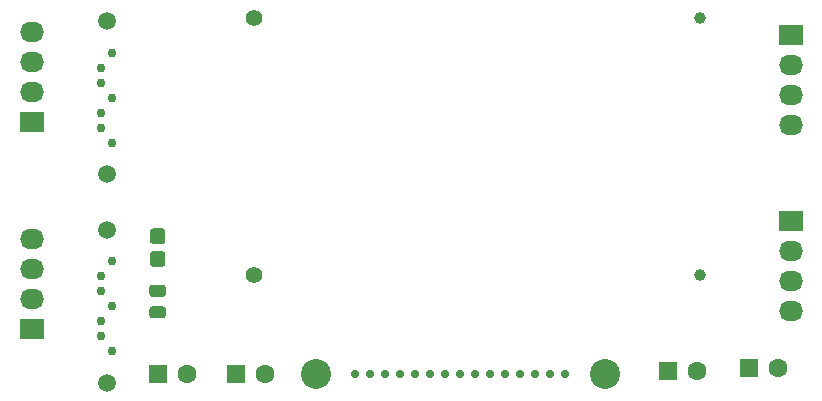
<source format=gbr>
%TF.GenerationSoftware,KiCad,Pcbnew,(5.1.10)-1*%
%TF.CreationDate,2021-07-16T07:11:49+08:00*%
%TF.ProjectId,2.5_SAS_Backend,322e355f-5341-4535-9f42-61636b656e64,rev?*%
%TF.SameCoordinates,Original*%
%TF.FileFunction,Soldermask,Top*%
%TF.FilePolarity,Negative*%
%FSLAX46Y46*%
G04 Gerber Fmt 4.6, Leading zero omitted, Abs format (unit mm)*
G04 Created by KiCad (PCBNEW (5.1.10)-1) date 2021-07-16 07:11:49*
%MOMM*%
%LPD*%
G01*
G04 APERTURE LIST*
%ADD10C,1.000000*%
%ADD11C,1.400000*%
%ADD12C,1.600000*%
%ADD13R,1.600000X1.600000*%
%ADD14R,2.030000X1.730000*%
%ADD15O,2.030000X1.730000*%
%ADD16C,0.700000*%
%ADD17C,2.540000*%
%ADD18C,1.500000*%
%ADD19C,0.750000*%
G04 APERTURE END LIST*
D10*
%TO.C,U1*%
X90630000Y-34163000D03*
D11*
X52880000Y-34163000D03*
%TD*%
D12*
%TO.C,C1*%
X47204000Y-64262000D03*
D13*
X44704000Y-64262000D03*
%TD*%
D14*
%TO.C,M4*%
X34036000Y-60452000D03*
D15*
X34036000Y-57912000D03*
X34036000Y-55372000D03*
X34036000Y-52832000D03*
%TD*%
D14*
%TO.C,M3*%
X34036000Y-42926000D03*
D15*
X34036000Y-40386000D03*
X34036000Y-37846000D03*
X34036000Y-35306000D03*
%TD*%
D14*
%TO.C,M2*%
X98298000Y-35560000D03*
D15*
X98298000Y-38100000D03*
X98298000Y-40640000D03*
X98298000Y-43180000D03*
%TD*%
D14*
%TO.C,M1*%
X98298000Y-51308000D03*
D15*
X98298000Y-53848000D03*
X98298000Y-56388000D03*
X98298000Y-58928000D03*
%TD*%
%TO.C,R1*%
G36*
G01*
X45154001Y-57766000D02*
X44253999Y-57766000D01*
G75*
G02*
X44004000Y-57516001I0J249999D01*
G01*
X44004000Y-56990999D01*
G75*
G02*
X44253999Y-56741000I249999J0D01*
G01*
X45154001Y-56741000D01*
G75*
G02*
X45404000Y-56990999I0J-249999D01*
G01*
X45404000Y-57516001D01*
G75*
G02*
X45154001Y-57766000I-249999J0D01*
G01*
G37*
G36*
G01*
X45154001Y-59591000D02*
X44253999Y-59591000D01*
G75*
G02*
X44004000Y-59341001I0J249999D01*
G01*
X44004000Y-58815999D01*
G75*
G02*
X44253999Y-58566000I249999J0D01*
G01*
X45154001Y-58566000D01*
G75*
G02*
X45404000Y-58815999I0J-249999D01*
G01*
X45404000Y-59341001D01*
G75*
G02*
X45154001Y-59591000I-249999J0D01*
G01*
G37*
%TD*%
%TO.C,D1*%
G36*
G01*
X45104000Y-53294000D02*
X44304000Y-53294000D01*
G75*
G02*
X44054000Y-53044000I0J250000D01*
G01*
X44054000Y-52219000D01*
G75*
G02*
X44304000Y-51969000I250000J0D01*
G01*
X45104000Y-51969000D01*
G75*
G02*
X45354000Y-52219000I0J-250000D01*
G01*
X45354000Y-53044000D01*
G75*
G02*
X45104000Y-53294000I-250000J0D01*
G01*
G37*
G36*
G01*
X45104000Y-55219000D02*
X44304000Y-55219000D01*
G75*
G02*
X44054000Y-54969000I0J250000D01*
G01*
X44054000Y-54144000D01*
G75*
G02*
X44304000Y-53894000I250000J0D01*
G01*
X45104000Y-53894000D01*
G75*
G02*
X45354000Y-54144000I0J-250000D01*
G01*
X45354000Y-54969000D01*
G75*
G02*
X45104000Y-55219000I-250000J0D01*
G01*
G37*
%TD*%
D12*
%TO.C,C4*%
X97242000Y-63754000D03*
D13*
X94742000Y-63754000D03*
%TD*%
D12*
%TO.C,C3*%
X90384000Y-64008000D03*
D13*
X87884000Y-64008000D03*
%TD*%
D12*
%TO.C,C2*%
X53808000Y-64262000D03*
D13*
X51308000Y-64262000D03*
%TD*%
D16*
%TO.C,U2*%
X62680000Y-64262000D03*
X63950000Y-64262000D03*
X61410000Y-64262000D03*
X67760000Y-64262000D03*
X65220000Y-64262000D03*
X66490000Y-64262000D03*
X69030000Y-64262000D03*
X70300000Y-64262000D03*
X71570000Y-64262000D03*
X72840000Y-64262000D03*
X74110000Y-64262000D03*
X75380000Y-64262000D03*
X76650000Y-64262000D03*
X77920000Y-64262000D03*
X79190000Y-64262000D03*
D17*
X58140600Y-64262000D03*
X82550000Y-64262000D03*
%TD*%
D18*
%TO.C,U5*%
X40386000Y-52084000D03*
X40386000Y-65024000D03*
D19*
X40886000Y-54744000D03*
X39886000Y-56014000D03*
X39886000Y-57284000D03*
X40886000Y-58554000D03*
X39886000Y-59824000D03*
X39886000Y-61094000D03*
X40886000Y-62364000D03*
%TD*%
D18*
%TO.C,U3*%
X40386000Y-34424000D03*
X40386000Y-47364000D03*
D19*
X40886000Y-37084000D03*
X39886000Y-38354000D03*
X39886000Y-39624000D03*
X40886000Y-40894000D03*
X39886000Y-42164000D03*
X39886000Y-43434000D03*
X40886000Y-44704000D03*
%TD*%
D10*
%TO.C,U4*%
X90630000Y-55880000D03*
D11*
X52880000Y-55880000D03*
%TD*%
M02*

</source>
